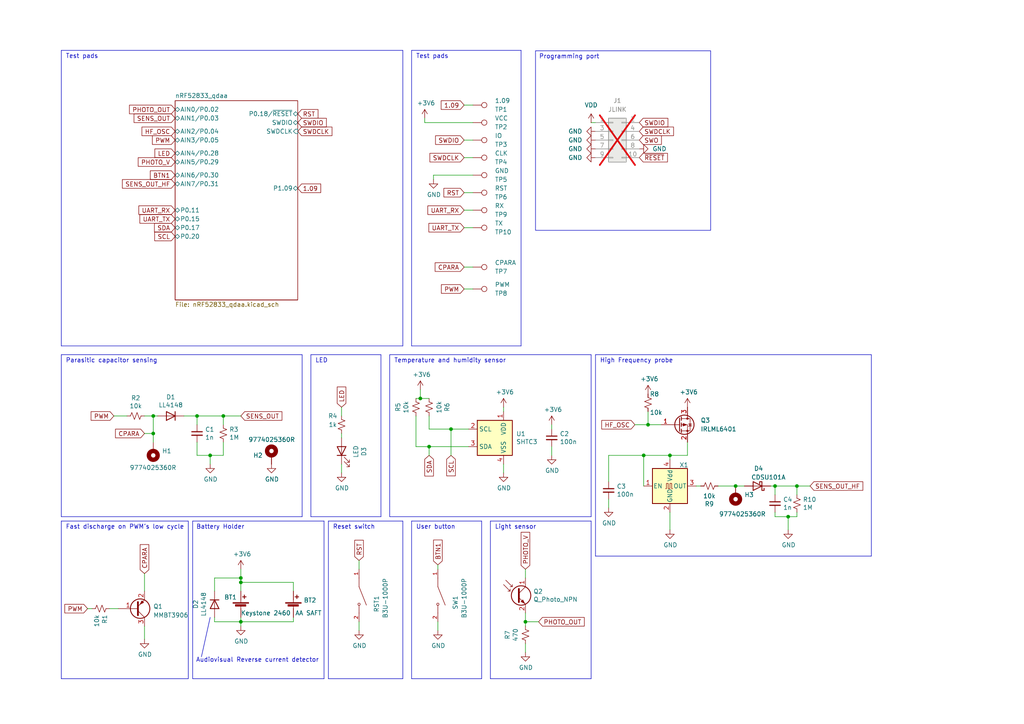
<source format=kicad_sch>
(kicad_sch (version 20231120) (generator "eeschema") (generator_version "8.0")
  (paper "A4")
  (title_block (title "Soilsense") (date "2024-08-08") (rev "2.0.0") (company "Drawn by FNB"))
  (lib_symbols
    (symbol "B3U-1000P:B3U-1000P" (pin_names (offset 1.016) hide)
      (property "Reference" "S" (at -2.54 2.54 0))
      (property "Value" "B3U-1000P" (at -2.54 -2.54 0))
      (symbol "B3U-1000P_0_0"
        (polyline (pts (xy -2.54 0) (xy -5.08 0)) (stroke (width 0.1524)))
        (polyline (pts (xy -2.54 0) (xy 2.794 2.1336)) (stroke (width 0.1524)))
        (polyline (pts (xy 5.08 0) (xy 2.921 0)) (stroke (width 0.1524)))
        (circle (center 2.54 0) (radius 0.3302) (stroke (width 0.1524)))
        (pin passive line (at -7.62 0 0) (length 2.54) (name "~") (number "1"))
        (pin passive line (at 7.62 0 180) (length 2.54) (name "~") (number "2"))
      )
    )
    (symbol "Connector:TestPoint" (pin_numbers hide) (pin_names (offset 0.762) hide)
      (property "Reference" "TP" (at 0 6.858 0))
      (property "Value" "TestPoint" (at 0 5.08 0))
      (symbol "TestPoint_0_1"
        (circle (center 0 3.302) (radius 0.762))
      )
      (symbol "TestPoint_1_1"
        (pin passive line (at 0 0 90) (length 2.54) (name "1") (number "1"))
      )
    )
    (symbol "Connector_Generic:Conn_02x05_Odd_Even" (pin_names (offset 1.016) hide)
      (property "Reference" "J" (at 1.27 7.62 0))
      (property "Value" "Conn_02x05_Odd_Even" (at 1.27 -7.62 0))
      (symbol "Conn_02x05_Odd_Even_1_1"
        (rectangle (start -1.27 -4.953) (end 0 -5.207) (stroke (width 0.1524)))
        (rectangle (start -1.27 -2.413) (end 0 -2.667) (stroke (width 0.1524)))
        (rectangle (start -1.27 0.127) (end 0 -0.127) (stroke (width 0.1524)))
        (rectangle (start -1.27 2.667) (end 0 2.413) (stroke (width 0.1524)))
        (rectangle (start -1.27 5.207) (end 0 4.953) (stroke (width 0.1524)))
        (rectangle (start -1.27 6.35) (end 3.81 -6.35) (stroke (width 0.254)) (fill (type background)))
        (rectangle (start 3.81 -4.953) (end 2.54 -5.207) (stroke (width 0.1524)))
        (rectangle (start 3.81 -2.413) (end 2.54 -2.667) (stroke (width 0.1524)))
        (rectangle (start 3.81 0.127) (end 2.54 -0.127) (stroke (width 0.1524)))
        (rectangle (start 3.81 2.667) (end 2.54 2.413) (stroke (width 0.1524)))
        (rectangle (start 3.81 5.207) (end 2.54 4.953) (stroke (width 0.1524)))
        (pin passive line (at -5.08 5.08 0) (length 3.81) (name "Pin_1") (number "1"))
        (pin passive line (at 7.62 -5.08 180) (length 3.81) (name "Pin_10") (number "10"))
        (pin passive line (at 7.62 5.08 180) (length 3.81) (name "Pin_2") (number "2"))
        (pin passive line (at -5.08 2.54 0) (length 3.81) (name "Pin_3") (number "3"))
        (pin passive line (at 7.62 2.54 180) (length 3.81) (name "Pin_4") (number "4"))
        (pin passive line (at -5.08 0 0) (length 3.81) (name "Pin_5") (number "5"))
        (pin passive line (at 7.62 0 180) (length 3.81) (name "Pin_6") (number "6"))
        (pin passive line (at -5.08 -2.54 0) (length 3.81) (name "Pin_7") (number "7"))
        (pin passive line (at 7.62 -2.54 180) (length 3.81) (name "Pin_8") (number "8"))
        (pin passive line (at -5.08 -5.08 0) (length 3.81) (name "Pin_9") (number "9"))
      )
    )
    (symbol "Device:Battery_Cell" (pin_numbers hide) (pin_names (offset 0) hide)
      (property "Reference" "BT" (at 2.54 2.54 0))
      (property "Value" "Battery_Cell" (at 2.54 0 0))
      (symbol "Battery_Cell_0_1"
        (rectangle (start -2.286 1.778) (end 2.286 1.524) (fill (type outline)))
        (rectangle (start -1.5748 1.1938) (end 1.4732 0.6858) (fill (type outline)))
        (polyline (pts (xy 0 0.762) (xy 0 0)))
        (polyline (pts (xy 0 1.778) (xy 0 2.54)))
        (polyline (pts (xy 0.508 3.429) (xy 1.524 3.429)) (stroke (width 0.254)))
        (polyline (pts (xy 1.016 3.937) (xy 1.016 2.921)) (stroke (width 0.254)))
      )
      (symbol "Battery_Cell_1_1"
        (pin passive line (at 0 5.08 270) (length 2.54) (name "+") (number "1"))
        (pin passive line (at 0 -2.54 90) (length 2.54) (name "-") (number "2"))
      )
    )
    (symbol "Device:C_Small" (pin_numbers hide) (pin_names (offset 0.254) hide)
      (property "Reference" "C" (at 0.254 1.778 0))
      (property "Value" "C_Small" (at 0.254 -2.032 0))
      (symbol "C_Small_0_1"
        (polyline (pts (xy -1.524 -0.508) (xy 1.524 -0.508)) (stroke (width 0.3302)))
        (polyline (pts (xy -1.524 0.508) (xy 1.524 0.508)) (stroke (width 0.3048)))
      )
      (symbol "C_Small_1_1"
        (pin passive line (at 0 2.54 270) (length 2.032) (name "~") (number "1"))
        (pin passive line (at 0 -2.54 90) (length 2.032) (name "~") (number "2"))
      )
    )
    (symbol "Device:D_Schottky" (pin_numbers hide) (pin_names (offset 1.016) hide)
      (property "Reference" "D" (at 0 2.54 0))
      (property "Value" "D_Schottky" (at 0 -2.54 0))
      (symbol "D_Schottky_0_1"
        (polyline (pts (xy 1.27 0) (xy -1.27 0)))
        (polyline (pts (xy 1.27 1.27) (xy 1.27 -1.27) (xy -1.27 0) (xy 1.27 1.27)) (stroke (width 0.254)))
        (polyline (pts (xy -1.905 0.635) (xy -1.905 1.27) (xy -1.27 1.27) (xy -1.27 -1.27) (xy -0.635 -1.27) (xy -0.635 -0.635)) (stroke (width 0.254)))
      )
      (symbol "D_Schottky_1_1"
        (pin passive line (at -3.81 0 0) (length 2.54) (name "K") (number "1"))
        (pin passive line (at 3.81 0 180) (length 2.54) (name "A") (number "2"))
      )
    )
    (symbol "Device:LED" (pin_numbers hide) (pin_names (offset 1.016) hide)
      (property "Reference" "D" (at 0 2.54 0))
      (property "Value" "LED" (at 0 -2.54 0))
      (symbol "LED_0_1"
        (polyline (pts (xy -1.27 -1.27) (xy -1.27 1.27)) (stroke (width 0.254)))
        (polyline (pts (xy -1.27 0) (xy 1.27 0)))
        (polyline (pts (xy 1.27 -1.27) (xy 1.27 1.27) (xy -1.27 0) (xy 1.27 -1.27)) (stroke (width 0.254)))
        (polyline (pts (xy -3.048 -0.762) (xy -4.572 -2.286) (xy -3.81 -2.286) (xy -4.572 -2.286) (xy -4.572 -1.524)))
        (polyline (pts (xy -1.778 -0.762) (xy -3.302 -2.286) (xy -2.54 -2.286) (xy -3.302 -2.286) (xy -3.302 -1.524)))
      )
      (symbol "LED_1_1"
        (pin passive line (at -3.81 0 0) (length 2.54) (name "K") (number "1"))
        (pin passive line (at 3.81 0 180) (length 2.54) (name "A") (number "2"))
      )
    )
    (symbol "Device:Q_Photo_NPN" (pin_names (offset 0) hide)
      (property "Reference" "Q" (at 5.08 1.27 0))
      (property "Value" "Q_Photo_NPN" (at 5.08 -1.27 0))
      (symbol "Q_Photo_NPN_0_1"
        (polyline (pts (xy -1.905 1.27) (xy -2.54 1.27)))
        (polyline (pts (xy -1.27 2.54) (xy -1.905 2.54)))
        (polyline (pts (xy 0.635 0.635) (xy 2.54 2.54)))
        (polyline (pts (xy -3.81 3.175) (xy -1.905 1.27) (xy -1.905 1.905)))
        (polyline (pts (xy -3.175 4.445) (xy -1.27 2.54) (xy -1.27 3.175)))
        (polyline (pts (xy 0.635 -0.635) (xy 2.54 -2.54) (xy 2.54 -2.54)))
        (polyline (pts (xy 0.635 1.905) (xy 0.635 -1.905) (xy 0.635 -1.905)) (stroke (width 0.508)))
        (polyline (pts (xy 1.27 -1.778) (xy 1.778 -1.27) (xy 2.286 -2.286) (xy 1.27 -1.778) (xy 1.27 -1.778)) (fill (type outline)))
        (circle (center 1.27 0) (radius 2.8194) (stroke (width 0.254)))
      )
      (symbol "Q_Photo_NPN_1_1"
        (pin passive line (at 2.54 5.08 270) (length 2.54) (name "C") (number "1"))
        (pin passive line (at 2.54 -5.08 90) (length 2.54) (name "E") (number "2"))
      )
    )
    (symbol "Device:R_Small_US" (pin_numbers hide) (pin_names (offset 0.254) hide)
      (property "Reference" "R" (at 0.762 0.508 0))
      (property "Value" "R_Small_US" (at 0.762 -1.016 0))
      (symbol "R_Small_US_1_1"
        (polyline (pts (xy 0 0) (xy 1.016 -0.381) (xy 0 -0.762) (xy -1.016 -1.143) (xy 0 -1.524)))
        (polyline (pts (xy 0 1.524) (xy 1.016 1.143) (xy 0 0.762) (xy -1.016 0.381) (xy 0 0)))
        (pin passive line (at 0 2.54 270) (length 1.016) (name "~") (number "1"))
        (pin passive line (at 0 -2.54 90) (length 1.016) (name "~") (number "2"))
      )
    )
    (symbol "Diode:LL4148" (pin_numbers hide) (pin_names (offset 1.016) hide)
      (property "Reference" "D" (at 0 2.54 0))
      (property "Value" "LL4148" (at 0 -2.54 0))
      (symbol "LL4148_0_1"
        (polyline (pts (xy -1.27 1.27) (xy -1.27 -1.27)) (stroke (width 0.254)))
        (polyline (pts (xy 1.27 0) (xy -1.27 0)))
        (polyline (pts (xy 1.27 1.27) (xy 1.27 -1.27) (xy -1.27 0) (xy 1.27 1.27)) (stroke (width 0.254)))
      )
      (symbol "LL4148_1_1"
        (pin passive line (at -3.81 0 0) (length 2.54) (name "K") (number "1"))
        (pin passive line (at 3.81 0 180) (length 2.54) (name "A") (number "2"))
      )
    )
    (symbol "Mechanical:MountingHole_Pad" (pin_numbers hide) (pin_names (offset 1.016) hide)
      (property "Reference" "H" (at 0 6.35 0))
      (property "Value" "MountingHole_Pad" (at 0 4.445 0))
      (symbol "MountingHole_Pad_0_1"
        (circle (center 0 1.27) (radius 1.27) (stroke (width 1.27)))
      )
      (symbol "MountingHole_Pad_1_1"
        (pin input line (at 0 -2.54 90) (length 2.54) (name "1") (number "1"))
      )
    )
    (symbol "Sensor_Humidity:SHTC3"
      (property "Reference" "U" (at -3.81 6.35 0))
      (property "Value" "SHTC3" (at -2.54 -6.35 0))
      (symbol "SHTC3_1_1"
        (rectangle (start -5.08 5.08) (end 5.08 -5.08) (stroke (width 0.254)) (fill (type background)))
        (pin power_in line (at 2.54 7.62 270) (length 2.54) (name "VDD") (number "1"))
        (pin input line (at -7.62 2.54 0) (length 2.54) (name "SCL") (number "2"))
        (pin bidirectional line (at -7.62 -2.54 0) (length 2.54) (name "SDA") (number "3"))
        (pin power_in line (at 2.54 -7.62 90) (length 2.54) (name "VSS") (number "4"))
        (pin no_connect line (at 5.08 0 180) (length 2.54) hide (name "NC") (number "5"))
      )
    )
    (symbol "Transistor_BJT:MMBT3906" (pin_names (offset 0) hide)
      (property "Reference" "Q" (at 5.08 1.905 0))
      (property "Value" "MMBT3906" (at 5.08 0 0))
      (symbol "MMBT3906_0_1"
        (polyline (pts (xy 0.635 0.635) (xy 2.54 2.54)))
        (polyline (pts (xy 0.635 -0.635) (xy 2.54 -2.54) (xy 2.54 -2.54)))
        (polyline (pts (xy 0.635 1.905) (xy 0.635 -1.905) (xy 0.635 -1.905)) (stroke (width 0.508)))
        (polyline (pts (xy 2.286 -1.778) (xy 1.778 -2.286) (xy 1.27 -1.27) (xy 2.286 -1.778) (xy 2.286 -1.778)) (fill (type outline)))
        (circle (center 1.27 0) (radius 2.8194) (stroke (width 0.254)))
      )
      (symbol "MMBT3906_1_1"
        (pin input line (at -5.08 0 0) (length 5.715) (name "B") (number "1"))
        (pin passive line (at 2.54 -5.08 90) (length 2.54) (name "E") (number "2"))
        (pin passive line (at 2.54 5.08 270) (length 2.54) (name "C") (number "3"))
      )
    )
    (symbol "Transistor_FET:IRLML6401" (pin_names hide)
      (property "Reference" "Q" (at 5.08 1.905 0))
      (property "Value" "IRLML6401" (at 5.08 0 0))
      (symbol "IRLML6401_0_1"
        (polyline (pts (xy 0.254 0) (xy -2.54 0)))
        (polyline (pts (xy 0.254 1.905) (xy 0.254 -1.905)) (stroke (width 0.254)))
        (polyline (pts (xy 0.762 -1.27) (xy 0.762 -2.286)) (stroke (width 0.254)))
        (polyline (pts (xy 0.762 0.508) (xy 0.762 -0.508)) (stroke (width 0.254)))
        (polyline (pts (xy 0.762 2.286) (xy 0.762 1.27)) (stroke (width 0.254)))
        (polyline (pts (xy 2.54 2.54) (xy 2.54 1.778)))
        (polyline (pts (xy 2.54 -2.54) (xy 2.54 0) (xy 0.762 0)))
        (polyline (pts (xy 0.762 1.778) (xy 3.302 1.778) (xy 3.302 -1.778) (xy 0.762 -1.778)))
        (polyline (pts (xy 2.286 0) (xy 1.27 0.381) (xy 1.27 -0.381) (xy 2.286 0)) (fill (type outline)))
        (polyline (pts (xy 2.794 -0.508) (xy 2.921 -0.381) (xy 3.683 -0.381) (xy 3.81 -0.254)))
        (polyline (pts (xy 3.302 -0.381) (xy 2.921 0.254) (xy 3.683 0.254) (xy 3.302 -0.381)))
        (circle (center 1.651 0) (radius 2.794) (stroke (width 0.254)))
        (circle (center 2.54 -1.778) (radius 0.254) (fill (type outline)))
        (circle (center 2.54 1.778) (radius 0.254) (fill (type outline)))
      )
      (symbol "IRLML6401_1_1"
        (pin input line (at -5.08 0 0) (length 2.54) (name "G") (number "1"))
        (pin passive line (at 2.54 -5.08 90) (length 2.54) (name "S") (number "2"))
        (pin passive line (at 2.54 5.08 270) (length 2.54) (name "D") (number "3"))
      )
    )
    (symbol "power:+3V0" (power) (pin_names (offset 0))
      (property "Value" "+3V0" (at 0 3.556 0))
      (symbol "+3V0_0_1"
        (polyline (pts (xy -0.762 1.27) (xy 0 2.54)))
        (polyline (pts (xy 0 0) (xy 0 2.54)))
        (polyline (pts (xy 0 2.54) (xy 0.762 1.27)))
      )
      (symbol "+3V0_1_1"
        (pin power_in line (at 0 0 90) (length 0) hide (name "+3V0") (number "1"))
      )
    )
    (symbol "power:GND" (power) (pin_names (offset 0))
      (property "Value" "GND" (at 0 -3.81 0))
      (symbol "GND_0_1"
        (polyline (pts (xy 0 0) (xy 0 -1.27) (xy 1.27 -1.27) (xy 0 -2.54) (xy -1.27 -1.27) (xy 0 -1.27)))
      )
      (symbol "GND_1_1"
        (pin power_in line (at 0 0 270) (length 0) hide (name "GND") (number "1"))
      )
    )
    (symbol "power:VDD" (power) (pin_numbers hide) (pin_names (offset 0) hide)
      (property "Value" "VDD" (at 0 3.556 0))
      (symbol "VDD_0_1"
        (polyline (pts (xy -0.762 1.27) (xy 0 2.54)))
        (polyline (pts (xy 0 0) (xy 0 2.54)))
        (polyline (pts (xy 0 2.54) (xy 0.762 1.27)))
      )
      (symbol "VDD_1_1"
        (pin power_in line (at 0 0 90) (length 0) (name "~") (number "1"))
      )
    )
    (symbol "soillib:KC3225" (pin_names (offset 0.254))
      (property "Reference" "X" (at -5.08 6.35 0))
      (symbol "KC3225_0_1"
        (rectangle (start -5.08 5.08) (end 5.08 -5.08) (stroke (width 0.254)) (fill (type background)))
        (polyline (pts (xy -1.27 -0.762) (xy -1.016 -0.762) (xy -1.016 0.762) (xy -0.508 0.762) (xy -0.508 -0.762) (xy 0 -0.762) (xy 0 0.762) (xy 0.508 0.762) (xy 0.508 -0.762) (xy 0.762 -0.762)))
      )
      (symbol "KC3225_1_1"
        (pin input line (at -7.62 0 0) (length 2.54) (name "EN") (number "1"))
        (pin power_in line (at 0 -7.62 90) (length 2.54) (name "GND") (number "2"))
        (pin output line (at 7.62 0 180) (length 2.54) (name "OUT") (number "3"))
        (pin power_in line (at 0 7.62 270) (length 2.54) (name "Vdd") (number "4"))
      )
    )
  )
  (junction (at 186.69 132.08))
  (junction (at 124.46 129.54))
  (junction (at 69.85 168.91))
  (junction (at 213.36 140.97))
  (junction (at 152.4 180.34))
  (junction (at 57.15 120.65))
  (junction (at 44.45 125.73))
  (junction (at 130.81 124.46))
  (junction (at 69.85 180.34))
  (junction (at 224.79 140.97))
  (junction (at 228.6 149.86))
  (junction (at 44.45 120.65))
  (junction (at 64.77 120.65))
  (junction (at 60.96 132.08))
  (junction (at 187.96 123.19))
  (junction (at 194.31 132.08))
  (junction (at 121.92 115.57))
  (junction (at 231.14 140.97))
  (junction (at 69.85 167.64))
  (wire (pts (xy 187.96 123.19) (xy 191.77 123.19)))
  (wire (pts (xy 228.6 149.86) (xy 231.14 149.86)))
  (wire (pts (xy 69.85 167.64) (xy 69.85 168.91)))
  (wire (pts (xy 104.14 180.34) (xy 104.14 182.88)))
  (wire (pts (xy 123.19 35.56) (xy 123.19 34.29)))
  (wire (pts (xy 228.6 149.86) (xy 228.6 153.67)))
  (polyline (pts (xy 119.38 14.605) (xy 151.13 14.605)))
  (wire (pts (xy 160.02 124.46) (xy 160.02 123.19)))
  (wire (pts (xy 224.79 143.51) (xy 224.79 140.97)))
  (wire (pts (xy 120.65 120.65) (xy 120.65 129.54)))
  (wire (pts (xy 199.39 128.27) (xy 199.39 132.08)))
  (wire (pts (xy 99.06 125.73) (xy 99.06 127)))
  (wire (pts (xy 134.62 30.48) (xy 137.16 30.48)))
  (wire (pts (xy 187.96 119.38) (xy 187.96 123.19)))
  (wire (pts (xy 135.89 129.54) (xy 124.46 129.54)))
  (wire (pts (xy 125.73 50.8) (xy 137.16 50.8)))
  (wire (pts (xy 120.65 115.57) (xy 121.92 115.57)))
  (polyline (pts (xy 90.17 102.87) (xy 90.17 149.86)))
  (wire (pts (xy 231.14 140.97) (xy 234.95 140.97)))
  (wire (pts (xy 69.85 168.91) (xy 69.85 171.45)))
  (polyline (pts (xy 17.78 151.13) (xy 54.61 151.13)))
  (wire (pts (xy 124.46 129.54) (xy 124.46 132.08)))
  (wire (pts (xy 69.85 179.07) (xy 69.85 180.34)))
  (polyline (pts (xy 116.84 100.33) (xy 116.84 14.605)))
  (polyline (pts (xy 95.25 151.13) (xy 116.84 151.13)))
  (wire (pts (xy 134.62 66.04) (xy 137.16 66.04)))
  (polyline (pts (xy 252.73 102.87) (xy 172.72 102.87)))
  (wire (pts (xy 69.85 180.34) (xy 62.23 180.34)))
  (wire (pts (xy 176.53 144.78) (xy 176.53 147.32)))
  (polyline (pts (xy 58.42 190.5) (xy 60.96 179.07)))
  (polyline (pts (xy 139.7 196.85) (xy 139.7 151.13)))
  (wire (pts (xy 44.45 120.65) (xy 44.45 125.73)))
  (polyline (pts (xy 252.73 102.87) (xy 252.73 161.29)))
  (polyline (pts (xy 151.13 100.33) (xy 151.13 14.605)))
  (wire (pts (xy 124.46 120.65) (xy 124.46 124.46)))
  (polyline (pts (xy 110.49 102.87) (xy 110.49 149.86)))
  (polyline (pts (xy 119.38 14.605) (xy 119.38 100.33)))
  (wire (pts (xy 186.69 140.97) (xy 186.69 132.08)))
  (polyline (pts (xy 17.78 196.85) (xy 17.78 151.13)))
  (wire (pts (xy 41.91 181.61) (xy 41.91 185.42)))
  (polyline (pts (xy 55.88 196.85) (xy 93.98 196.85)))
  (wire (pts (xy 224.79 148.59) (xy 224.79 149.86)))
  (wire (pts (xy 44.45 120.65) (xy 45.72 120.65)))
  (wire (pts (xy 69.85 165.1) (xy 69.85 167.64)))
  (polyline (pts (xy 17.78 102.87) (xy 87.63 102.87)))
  (wire (pts (xy 69.85 180.34) (xy 85.09 180.34)))
  (wire (pts (xy 64.77 120.65) (xy 69.85 120.65)))
  (wire (pts (xy 41.91 166.37) (xy 41.91 171.45)))
  (wire (pts (xy 223.52 140.97) (xy 224.79 140.97)))
  (wire (pts (xy 33.02 120.65) (xy 36.83 120.65)))
  (polyline (pts (xy 172.72 161.29) (xy 252.73 161.29)))
  (wire (pts (xy 176.53 132.08) (xy 186.69 132.08)))
  (wire (pts (xy 69.85 180.34) (xy 69.85 181.61)))
  (wire (pts (xy 104.14 162.56) (xy 104.14 165.1)))
  (polyline (pts (xy 17.78 14.605) (xy 17.78 100.33)))
  (wire (pts (xy 152.4 180.34) (xy 156.21 180.34)))
  (polyline (pts (xy 55.88 151.13) (xy 55.88 196.85)))
  (wire (pts (xy 134.62 45.72) (xy 137.16 45.72)))
  (wire (pts (xy 134.62 83.82) (xy 137.16 83.82)))
  (wire (pts (xy 31.75 176.53) (xy 34.29 176.53)))
  (wire (pts (xy 53.34 120.65) (xy 57.15 120.65)))
  (wire (pts (xy 127 163.83) (xy 127 165.1)))
  (polyline (pts (xy 93.98 196.85) (xy 93.98 151.13)))
  (wire (pts (xy 186.69 132.08) (xy 194.31 132.08)))
  (wire (pts (xy 57.15 120.65) (xy 64.77 120.65)))
  (wire (pts (xy 231.14 149.86) (xy 231.14 148.59)))
  (polyline (pts (xy 171.45 102.87) (xy 171.45 149.86)))
  (polyline (pts (xy 116.84 151.13) (xy 116.84 196.85)))
  (wire (pts (xy 62.23 180.34) (xy 62.23 179.07)))
  (polyline (pts (xy 119.38 100.33) (xy 151.13 100.33)))
  (wire (pts (xy 121.92 115.57) (xy 124.46 115.57)))
  (wire (pts (xy 146.05 118.11) (xy 146.05 119.38)))
  (polyline (pts (xy 171.45 151.13) (xy 171.45 196.85)))
  (wire (pts (xy 123.19 35.56) (xy 137.16 35.56)))
  (wire (pts (xy 60.96 132.08) (xy 60.96 134.62)))
  (wire (pts (xy 62.23 171.45) (xy 62.23 167.64)))
  (wire (pts (xy 64.77 132.08) (xy 64.77 128.27)))
  (wire (pts (xy 44.45 125.73) (xy 44.45 128.27)))
  (polyline (pts (xy 87.63 102.87) (xy 87.63 149.86)))
  (polyline (pts (xy 17.78 149.86) (xy 87.63 149.86)))
  (polyline (pts (xy 110.49 102.87) (xy 90.17 102.87)))
  (wire (pts (xy 203.2 140.97) (xy 201.93 140.97)))
  (wire (pts (xy 194.31 132.08) (xy 194.31 133.35)))
  (wire (pts (xy 199.39 132.08) (xy 194.31 132.08)))
  (wire (pts (xy 85.09 168.91) (xy 69.85 168.91)))
  (polyline (pts (xy 113.03 102.87) (xy 113.03 149.86)))
  (wire (pts (xy 171.45 35.56) (xy 172.72 35.56)))
  (polyline (pts (xy 119.38 151.13) (xy 139.7 151.13)))
  (wire (pts (xy 152.4 186.69) (xy 152.4 189.23)))
  (polyline (pts (xy 142.24 151.13) (xy 142.24 196.85)))
  (wire (pts (xy 152.4 177.8) (xy 152.4 180.34)))
  (polyline (pts (xy 171.45 151.13) (xy 142.24 151.13)))
  (wire (pts (xy 124.46 129.54) (xy 120.65 129.54)))
  (polyline (pts (xy 17.78 14.605) (xy 116.84 14.605)))
  (wire (pts (xy 60.96 132.08) (xy 57.15 132.08)))
  (wire (pts (xy 62.23 167.64) (xy 69.85 167.64)))
  (wire (pts (xy 228.6 149.86) (xy 224.79 149.86)))
  (wire (pts (xy 134.62 55.88) (xy 137.16 55.88)))
  (wire (pts (xy 57.15 128.27) (xy 57.15 132.08)))
  (wire (pts (xy 60.96 132.08) (xy 64.77 132.08)))
  (wire (pts (xy 99.06 118.11) (xy 99.06 120.65)))
  (wire (pts (xy 57.15 123.19) (xy 57.15 120.65)))
  (polyline (pts (xy 90.17 149.86) (xy 110.49 149.86)))
  (wire (pts (xy 127 180.34) (xy 127 182.88)))
  (wire (pts (xy 25.4 176.53) (xy 26.67 176.53)))
  (wire (pts (xy 152.4 165.1) (xy 152.4 167.64)))
  (wire (pts (xy 184.15 123.19) (xy 187.96 123.19)))
  (wire (pts (xy 130.81 124.46) (xy 124.46 124.46)))
  (polyline (pts (xy 119.38 196.85) (xy 139.7 196.85)))
  (wire (pts (xy 135.89 124.46) (xy 130.81 124.46)))
  (wire (pts (xy 134.62 60.96) (xy 137.16 60.96)))
  (wire (pts (xy 64.77 120.65) (xy 64.77 123.19)))
  (wire (pts (xy 224.79 140.97) (xy 231.14 140.97)))
  (wire (pts (xy 213.36 140.97) (xy 215.9 140.97)))
  (polyline (pts (xy 172.72 102.87) (xy 172.72 161.29)))
  (wire (pts (xy 130.81 124.46) (xy 130.81 132.08)))
  (wire (pts (xy 85.09 171.45) (xy 85.09 168.91)))
  (polyline (pts (xy 119.38 151.13) (xy 119.38 196.85)))
  (polyline (pts (xy 17.78 100.33) (xy 116.84 100.33)))
  (polyline (pts (xy 171.45 149.86) (xy 113.03 149.86)))
  (polyline (pts (xy 17.78 102.87) (xy 17.78 149.86)))
  (polyline (pts (xy 95.25 151.13) (xy 95.25 196.85)))
  (wire (pts (xy 208.28 140.97) (xy 213.36 140.97)))
  (wire (pts (xy 176.53 132.08) (xy 176.53 139.7)))
  (wire (pts (xy 152.4 180.34) (xy 152.4 181.61)))
  (wire (pts (xy 146.05 134.62) (xy 146.05 137.16)))
  (polyline (pts (xy 93.98 151.13) (xy 55.88 151.13)))
  (wire (pts (xy 121.92 115.57) (xy 121.92 113.03)))
  (wire (pts (xy 41.91 125.73) (xy 44.45 125.73)))
  (polyline (pts (xy 54.61 151.13) (xy 54.61 196.85)))
  (wire (pts (xy 85.09 179.07) (xy 85.09 180.34)))
  (wire (pts (xy 231.14 140.97) (xy 231.14 143.51)))
  (polyline (pts (xy 171.45 102.87) (xy 113.03 102.87)))
  (wire (pts (xy 134.62 77.47) (xy 137.16 77.47)))
  (wire (pts (xy 194.31 153.67) (xy 194.31 148.59)))
  (wire (pts (xy 99.06 134.62) (xy 99.06 137.16)))
  (polyline (pts (xy 116.84 196.85) (xy 95.25 196.85)))
  (polyline (pts (xy 142.24 196.85) (xy 171.45 196.85)))
  (wire (pts (xy 160.02 129.54) (xy 160.02 132.08)))
  (wire (pts (xy 125.73 52.07) (xy 125.73 50.8)))
  (polyline (pts (xy 54.61 196.85) (xy 17.78 196.85)))
  (wire (pts (xy 134.62 40.64) (xy 137.16 40.64)))
  (wire (pts (xy 41.91 120.65) (xy 44.45 120.65)))
  (rectangle (start 155.321 14.732) (end 206.121 66.802))
  (text "Reset switch" (at 96.52 153.67 0) (effects (font (size 1.27 1.27)) (justify left bottom)))
  (text "Fast discharge on PWM’s low cycle" (at 19.05 153.67 0) (effects (font (size 1.27 1.27)) (justify left bottom)))
  (text "Temperature and humidity sensor" (at 114.3 105.41 0) (effects (font (size 1.27 1.27)) (justify left bottom)))
  (text "Test pads" (at 120.65 17.145 0) (effects (font (size 1.27 1.27)) (justify left bottom)))
  (text "Audiovisual Reverse current detector" (at 74.676 191.516 0) (effects (font (size 1.27 1.27))))
  (text "Programming port\n" (at 165.1 16.51 0) (effects (font (size 1.27 1.27))))
  (text "Light sensor" (at 143.51 153.67 0) (effects (font (size 1.27 1.27)) (justify left bottom)))
  (text "Test pads" (at 19.05 17.145 0) (effects (font (size 1.27 1.27)) (justify left bottom)))
  (text "Battery Holder" (at 56.896 153.67 0) (effects (font (size 1.27 1.27)) (justify left bottom)))
  (text "High Frequency probe\n" (at 173.99 105.41 0) (effects (font (size 1.27 1.27)) (justify left bottom)))
  (text "User button" (at 120.65 153.67 0) (effects (font (size 1.27 1.27)) (justify left bottom)))
  (text "LED" (at 91.44 105.41 0) (effects (font (size 1.27 1.27)) (justify left bottom)))
  (text "Parasitic capacitor sensing" (at 19.05 105.41 0) (effects (font (size 1.27 1.27)) (justify left bottom)))
  (global_label "PWM" (shape input) (at 134.62 83.82 180) (property "Intersheetrefs" "${INTERSHEET_REFS}" (effects (hide yes))))
  (global_label "SWO" (shape input) (at 185.42 40.64 0) (property "Intersheetrefs" "${INTERSHEET_REFS}" (effects (hide yes))))
  (global_label "SENS_OUT_HF" (shape input) (at 234.95 140.97 0) (property "Intersheetrefs" "${INTERSHEET_REFS}" (effects (hide yes))))
  (global_label "PWM" (shape input) (at 25.4 176.53 180) (property "Intersheetrefs" "${INTERSHEET_REFS}" (effects (hide yes))))
  (global_label "RST" (shape input) (at 134.62 55.88 180) (property "Intersheetrefs" "${INTERSHEET_REFS}" (effects (hide yes))))
  (global_label "SWDIO" (shape input) (at 86.36 35.56 0) (property "Intersheetrefs" "${INTERSHEET_REFS}" (effects (hide yes))))
  (global_label "BTN1" (shape input) (at 127 163.83 90) (property "Intersheetrefs" "${INTERSHEET_REFS}" (effects (hide yes))))
  (global_label "CPARA" (shape input) (at 41.91 125.73 180) (property "Intersheetrefs" "${INTERSHEET_REFS}" (effects (hide yes))))
  (global_label "SENS_OUT" (shape input) (at 50.8 34.29 180) (property "Intersheetrefs" "${INTERSHEET_REFS}" (effects (hide yes))))
  (global_label "PWM" (shape input) (at 50.8 40.64 180) (property "Intersheetrefs" "${INTERSHEET_REFS}" (effects (hide yes))))
  (global_label "PHOTO_V" (shape input) (at 152.4 165.1 90) (property "Intersheetrefs" "${INTERSHEET_REFS}" (effects (hide yes))))
  (global_label "HF_OSC" (shape input) (at 184.15 123.19 180) (property "Intersheetrefs" "${INTERSHEET_REFS}" (effects (hide yes))))
  (global_label "LED" (shape input) (at 99.06 118.11 90) (property "Intersheetrefs" "${INTERSHEET_REFS}" (effects (hide yes))))
  (global_label "RST" (shape input) (at 104.14 162.56 90) (property "Intersheetrefs" "${INTERSHEET_REFS}" (effects (hide yes))))
  (global_label "SWDCLK" (shape input) (at 134.62 45.72 180) (property "Intersheetrefs" "${INTERSHEET_REFS}" (effects (hide yes))))
  (global_label "SDA" (shape input) (at 50.8 66.04 180) (property "Intersheetrefs" "${INTERSHEET_REFS}" (effects (hide yes))))
  (global_label "1.09" (shape input) (at 134.62 30.48 180) (property "Intersheetrefs" "${INTERSHEET_REFS}" (effects (hide yes))))
  (global_label "RST" (shape input) (at 86.36 33.02 0) (property "Intersheetrefs" "${INTERSHEET_REFS}" (effects (hide yes))))
  (global_label "SENS_OUT_HF" (shape input) (at 50.8 53.34 180) (property "Intersheetrefs" "${INTERSHEET_REFS}" (effects (hide yes))))
  (global_label "PWM" (shape input) (at 33.02 120.65 180) (property "Intersheetrefs" "${INTERSHEET_REFS}" (effects (hide yes))))
  (global_label "UART_RX" (shape input) (at 50.8 60.96 180) (property "Intersheetrefs" "${INTERSHEET_REFS}" (effects (hide yes))))
  (global_label "UART_TX" (shape input) (at 50.8 63.5 180) (property "Intersheetrefs" "${INTERSHEET_REFS}" (effects (hide yes))))
  (global_label "HF_OSC" (shape input) (at 50.8 38.1 180) (property "Intersheetrefs" "${INTERSHEET_REFS}" (effects (hide yes))))
  (global_label "SWDIO" (shape input) (at 134.62 40.64 180) (property "Intersheetrefs" "${INTERSHEET_REFS}" (effects (hide yes))))
  (global_label "PHOTO_OUT" (shape input) (at 50.8 31.75 180) (property "Intersheetrefs" "${INTERSHEET_REFS}" (effects (hide yes))))
  (global_label "UART_TX" (shape input) (at 134.62 66.04 180) (property "Intersheetrefs" "${INTERSHEET_REFS}" (effects (hide yes))))
  (global_label "SENS_OUT" (shape input) (at 69.85 120.65 0) (property "Intersheetrefs" "${INTERSHEET_REFS}" (effects (hide yes))))
  (global_label "~{RESET}" (shape input) (at 185.42 45.72 0) (property "Intersheetrefs" "${INTERSHEET_REFS}" (effects (hide yes))))
  (global_label "SWDCLK" (shape input) (at 86.36 38.1 0) (property "Intersheetrefs" "${INTERSHEET_REFS}" (effects (hide yes))))
  (global_label "SWDIO" (shape input) (at 185.42 35.56 0) (property "Intersheetrefs" "${INTERSHEET_REFS}" (effects (hide yes))))
  (global_label "UART_RX" (shape input) (at 134.62 60.96 180) (property "Intersheetrefs" "${INTERSHEET_REFS}" (effects (hide yes))))
  (global_label "SWDCLK" (shape input) (at 185.42 38.1 0) (property "Intersheetrefs" "${INTERSHEET_REFS}" (effects (hide yes))))
  (global_label "CPARA" (shape input) (at 41.91 166.37 90) (property "Intersheetrefs" "${INTERSHEET_REFS}" (effects (hide yes))))
  (global_label "SCL" (shape input) (at 130.81 132.08 270) (property "Intersheetrefs" "${INTERSHEET_REFS}" (effects (hide yes))))
  (global_label "LED" (shape input) (at 50.8 44.45 180) (property "Intersheetrefs" "${INTERSHEET_REFS}" (effects (hide yes))))
  (global_label "1.09" (shape input) (at 86.36 54.61 0) (property "Intersheetrefs" "${INTERSHEET_REFS}" (effects (hide yes))))
  (global_label "SDA" (shape input) (at 124.46 132.08 270) (property "Intersheetrefs" "${INTERSHEET_REFS}" (effects (hide yes))))
  (global_label "SCL" (shape input) (at 50.8 68.58 180) (property "Intersheetrefs" "${INTERSHEET_REFS}" (effects (hide yes))))
  (global_label "BTN1" (shape input) (at 50.8 50.8 180) (property "Intersheetrefs" "${INTERSHEET_REFS}" (effects (hide yes))))
  (global_label "CPARA" (shape input) (at 134.62 77.47 180) (property "Intersheetrefs" "${INTERSHEET_REFS}" (effects (hide yes))))
  (global_label "PHOTO_V" (shape input) (at 50.8 46.99 180) (property "Intersheetrefs" "${INTERSHEET_REFS}" (effects (hide yes))))
  (global_label "PHOTO_OUT" (shape input) (at 156.21 180.34 0) (property "Intersheetrefs" "${INTERSHEET_REFS}" (effects (hide yes))))
  (symbol (lib_id "Transistor_FET:IRLML6401") (at 196.85 123.19 0) (unit 1)
    (property "Reference" "Q3" (at 203.2 121.9199 0) (effects (justify left)))
    (property "Value" "IRLML6401" (at 203.2 124.4599 0) (effects (justify left)))
    (property "Footprint" "Package_TO_SOT_SMD:SOT-23" (effects (hide yes)))
    (property "Datasheet" "https://www.infineon.com/dgdl/irlml6401pbf.pdf?fileId=5546d462533600a401535668b96d2634" (effects (hide yes)))
    (property "Description" "-4.3A Id, -12V Vds, 50mOhm Rds, P-Channel HEXFET Power MOSFET, SOT-23" (effects (hide yes)))
  )
  (symbol (lib_id "power:+3V0") (at 146.05 118.11 0) (unit 1)
    (property "Reference" "#PWR010" (effects (hide yes)))
    (property "Value" "+3V6" (at 146.431 113.7158 0))
  )
  (symbol (lib_id "power:GND") (at 152.4 189.23 0) (unit 1)
    (property "Reference" "#PWR012" (effects (hide yes)))
    (property "Value" "GND" (at 152.527 193.6242 0))
  )
  (symbol (lib_id "power:GND") (at 160.02 132.08 0) (unit 1)
    (property "Reference" "#PWR014" (effects (hide yes)))
    (property "Value" "GND" (at 160.147 136.4742 0))
  )
  (symbol (lib_id "power:+3V0") (at 160.02 123.19 0) (unit 1)
    (property "Reference" "#PWR013" (effects (hide yes)))
    (property "Value" "+3V6" (at 160.401 118.7958 0))
  )
  (symbol (lib_id "B3U-1000P:B3U-1000P") (at 104.14 172.72 270) (unit 1)
    (property "Reference" "RST1" (at 109.22 172.72 0) (effects (justify left)))
    (property "Value" "B3U-1000P" (at 111.76 167.64 0) (effects (justify left)))
    (property "Footprint" "Button_Switch_SMD:SW_SPST_B3U-1000P-B" (effects (hide yes)))
    (property "PACKAGE" "None" (effects (hide yes)))
    (property "MP" "B3U-1000P" (effects (hide yes)))
    (property "MF" "Omron" (effects (hide yes)))
    (property "AVAILABILITY" "Unavailable" (effects (hide yes)))
    (property "DESCRIPTION" "Tactile Switch SPST-NO Top Actuated Surface Mount" (effects (hide yes)))
    (property "PRICE" "None" (effects (hide yes)))
    (property "LCSC" "C231329" (effects (hide yes)))
  )
  (symbol (lib_id "power:GND") (at 99.06 137.16 0) (unit 1)
    (property "Reference" "#PWR06" (effects (hide yes)))
    (property "Value" "GND" (at 99.187 141.5542 0))
  )
  (symbol (lib_id "Connector:TestPoint") (at 137.16 66.04 270) (unit 1) (in_bom no)
    (property "Reference" "TP10" (at 143.51 67.31 90) (effects (justify left)))
    (property "Value" "TX" (at 143.51 64.77 90) (effects (justify left)))
    (property "Footprint" "TestPoint:TestPoint_Pad_D1.0mm" (effects (hide yes)))
  )
  (symbol (lib_id "Connector:TestPoint") (at 137.16 55.88 270) (unit 1) (in_bom no)
    (property "Reference" "TP6" (at 143.51 57.15 90) (effects (justify left)))
    (property "Value" "RST" (at 143.51 54.61 90) (effects (justify left)))
    (property "Footprint" "TestPoint:TestPoint_Pad_D1.0mm" (effects (hide yes)))
  )
  (symbol (lib_id "power:GND") (at 185.42 43.18 90) (unit 1)
    (property "Reference" "#PWR057" (effects (hide yes)))
    (property "Value" "GND" (at 189.23 43.1799 90) (effects (justify right)))
    (property "Description" "Power symbol creates a global label with name \"GND\" , ground" (effects (hide yes)))
  )
  (symbol (lib_id "Transistor_BJT:MMBT3906") (at 39.37 176.53 0) (mirror x) (unit 1)
    (property "Reference" "Q1" (at 44.45 175.895 0) (effects (justify left)))
    (property "Value" "MMBT3906" (at 44.45 178.435 0) (effects (justify left)))
    (property "Footprint" "Package_TO_SOT_SMD:SOT-23" (effects (hide yes)))
    (property "Datasheet" "https://www.onsemi.com/pub/Collateral/2N3906-D.PDF" (effects (hide yes)))
    (property "LCSC" "C2910191" (effects (hide yes)))
  )
  (symbol (lib_id "power:GND") (at 194.31 153.67 0) (unit 1)
    (property "Reference" "#PWR017" (effects (hide yes)))
    (property "Value" "GND" (at 194.437 158.0642 0))
  )
  (symbol (lib_id "power:GND") (at 172.72 45.72 270) (unit 1)
    (property "Reference" "#PWR056" (effects (hide yes)))
    (property "Value" "GND" (at 168.91 45.7199 90) (effects (justify right)))
    (property "Description" "Power symbol creates a global label with name \"GND\" , ground" (effects (hide yes)))
  )
  (symbol (lib_id "power:GND") (at 172.72 38.1 270) (unit 1)
    (property "Reference" "#PWR053" (effects (hide yes)))
    (property "Value" "GND" (at 168.91 38.0999 90) (effects (justify right)))
    (property "Description" "Power symbol creates a global label with name \"GND\" , ground" (effects (hide yes)))
  )
  (symbol (lib_id "Connector:TestPoint") (at 137.16 35.56 270) (unit 1) (in_bom no)
    (property "Reference" "TP2" (at 143.51 36.83 90) (effects (justify left)))
    (property "Value" "VCC" (at 143.51 34.29 90) (effects (justify left)))
    (property "Footprint" "TestPoint:TestPoint_Pad_D1.0mm" (effects (hide yes)))
  )
  (symbol (lib_id "Device:Q_Photo_NPN") (at 149.86 172.72 0) (unit 1)
    (property "Reference" "Q2" (at 154.686 171.5516 0) (effects (justify left)))
    (property "Value" "Q_Photo_NPN" (at 154.686 173.863 0) (effects (justify left)))
    (property "Footprint" "snapeda:TR8" (effects (hide yes)))
    (property "Datasheet" "https://datasheet.lcsc.com/lcsc/1806131537_Everlight-Elec-ALS-PT19-315C-L177-TR8_C146233.pdf" (effects (hide yes)))
    (property "LCSC" "C146233" (effects (hide yes)))
  )
  (symbol (lib_id "Connector:TestPoint") (at 137.16 50.8 270) (unit 1) (in_bom no)
    (property "Reference" "TP5" (at 143.51 52.07 90) (effects (justify left)))
    (property "Value" "GND" (at 143.51 49.53 90) (effects (justify left)))
    (property "Footprint" "TestPoint:TestPoint_Pad_D1.0mm" (effects (hide yes)))
  )
  (symbol (lib_id "power:GND") (at 78.74 134.62 0) (unit 1)
    (property "Reference" "#PWR05" (effects (hide yes)))
    (property "Value" "GND" (at 78.867 139.0142 0))
  )
  (symbol (lib_id "power:GND") (at 172.72 43.18 270) (unit 1)
    (property "Reference" "#PWR055" (effects (hide yes)))
    (property "Value" "GND" (at 168.91 43.1799 90) (effects (justify right)))
    (property "Description" "Power symbol creates a global label with name \"GND\" , ground" (effects (hide yes)))
  )
  (symbol (lib_id "soillib:KC3225") (at 194.31 140.97 0) (unit 1)
    (property "Reference" "X1" (at 198.374 134.874 0))
    (property "Value" "KC3225K75.0000C1GE00" (effects (hide yes)))
    (property "Footprint" "Oscillator:Oscillator_SMD_SeikoEpson_SG8002CE-4Pin_3.2x2.5mm" (effects (hide yes)))
    (property "Datasheet" "https://ele.kyocera.com/assets/products/crystal-device/clock_k_e.pdf" (effects (hide yes)))
    (property "MPN" "KC3225K75.0000C1GE00" (effects (hide yes)))
  )
  (symbol (lib_id "power:GND") (at 172.72 40.64 270) (unit 1)
    (property "Reference" "#PWR054" (effects (hide yes)))
    (property "Value" "GND" (at 168.91 40.6399 90) (effects (justify right)))
    (property "Description" "Power symbol creates a global label with name \"GND\" , ground" (effects (hide yes)))
  )
  (symbol (lib_id "Mechanical:MountingHole_Pad") (at 44.45 130.81 180) (unit 1)
    (property "Reference" "H1" (at 46.99 130.81 0) (effects (justify right)))
    (property "Value" "9774025360R" (at 37.592 135.636 0) (effects (justify right)))
    (property "Footprint" "Mounting_Wuerth:Mounting_Wuerth_WA-SMSI-M3_H2.5mm_9774025360" (effects (hide yes)))
    (property "Datasheet" "https://www.we-online.com/components/products/datasheet/9774025360R.pdf" (effects (hide yes)))
  )
  (symbol (lib_id "power:GND") (at 127 182.88 0) (unit 1)
    (property "Reference" "#PWR09" (effects (hide yes)))
    (property "Value" "GND" (at 127.127 187.2742 0))
  )
  (symbol (lib_id "Device:C_Small") (at 224.79 146.05 0) (unit 1)
    (property "Reference" "C4" (at 227.1268 144.8816 0) (effects (justify left)))
    (property "Value" "1n" (at 227.1268 147.193 0) (effects (justify left)))
    (property "Footprint" "Capacitor_SMD:C_0402_1005Metric" (effects (hide yes)))
    (property "LCSC" "C1523" (effects (hide yes)))
  )
  (symbol (lib_id "power:GND") (at 146.05 137.16 0) (unit 1)
    (property "Reference" "#PWR011" (effects (hide yes)))
    (property "Value" "GND" (at 146.177 141.5542 0))
  )
  (symbol (lib_id "Sensor_Humidity:SHTC3") (at 143.51 127 0) (unit 1)
    (property "Reference" "U1" (at 149.7076 125.8316 0) (effects (justify left)))
    (property "Value" "SHTC3" (at 149.7076 128.143 0) (effects (justify left)))
    (property "Footprint" "Sensor_Humidity:Sensirion_DFN-4-1EP_2x2mm_P1mm_EP0.7x1.6mm" (effects (hide yes)))
    (property "Datasheet" "https://www.sensirion.com/fileadmin/user_upload/customers/sensirion/Dokumente/0_Datasheets/Humidity/Sensirion_Humidity_Sensors_SHTC3_Datasheet.pdf" (effects (hide yes)))
    (property "LCSC" "C194656" (effects (hide yes)))
  )
  (symbol (lib_id "power:+3V0") (at 121.92 113.03 0) (unit 1)
    (property "Reference" "#PWR08" (effects (hide yes)))
    (property "Value" "+3V6" (at 122.301 108.6358 0))
  )
  (symbol (lib_id "Device:C_Small") (at 57.15 125.73 0) (unit 1)
    (property "Reference" "C1" (at 59.4868 124.5616 0) (effects (justify left)))
    (property "Value" "1n" (at 59.4868 126.873 0) (effects (justify left)))
    (property "Footprint" "Capacitor_SMD:C_0402_1005Metric" (effects (hide yes)))
    (property "LCSC" "C1523" (effects (hide yes)))
  )
  (symbol (lib_id "power:GND") (at 228.6 153.67 0) (unit 1)
    (property "Reference" "#PWR019" (effects (hide yes)))
    (property "Value" "GND" (at 228.727 158.0642 0))
  )
  (symbol (lib_id "Diode:LL4148") (at 49.53 120.65 180) (unit 1)
    (property "Reference" "D1" (at 49.53 115.1636 0))
    (property "Value" "LL4148" (at 49.53 117.475 0))
    (property "Footprint" "Diode_SMD:D_MiniMELF" (effects (hide yes)))
    (property "Datasheet" "https://datasheet.lcsc.com/lcsc/2205131645_JUXING-LL4148_C3011166.pdf" (effects (hide yes)))
    (property "LCSC" "C3011166" (effects (hide yes)))
  )
  (symbol (lib_id "Connector:TestPoint") (at 137.16 30.48 270) (unit 1) (in_bom no)
    (property "Reference" "TP1" (at 143.51 31.75 90) (effects (justify left)))
    (property "Value" "1.09" (at 143.51 29.21 90) (effects (justify left)))
    (property "Footprint" "TestPoint:TestPoint_Pad_D1.0mm" (effects (hide yes)))
  )
  (symbol (lib_id "power:GND") (at 41.91 185.42 0) (unit 1)
    (property "Reference" "#PWR01" (effects (hide yes)))
    (property "Value" "GND" (at 42.037 189.8142 0))
  )
  (symbol (lib_id "Connector:TestPoint") (at 137.16 60.96 270) (unit 1) (in_bom no)
    (property "Reference" "TP9" (at 143.51 62.23 90) (effects (justify left)))
    (property "Value" "RX" (at 143.51 59.69 90) (effects (justify left)))
    (property "Footprint" "TestPoint:TestPoint_Pad_D1.0mm" (effects (hide yes)))
  )
  (symbol (lib_id "Device:R_Small_US") (at 64.77 125.73 0) (unit 1)
    (property "Reference" "R3" (at 66.4972 124.5616 0) (effects (justify left)))
    (property "Value" "1M" (at 66.4972 126.873 0) (effects (justify left)))
    (property "Footprint" "Resistor_SMD:R_0402_1005Metric" (effects (hide yes)))
    (property "LCSC" "C26083" (effects (hide yes)))
  )
  (symbol (lib_id "Device:Battery_Cell") (at 69.85 176.53 0) (unit 1)
    (property "Reference" "BT1" (at 65.024 173.228 0) (effects (justify left)))
    (property "Value" "Keystone 2460" (at 69.85 177.8 0) (effects (justify left)))
    (property "Footprint" "Battery:BatteryHolder_Keystone_2460_1xAA" (effects (hide yes)))
  )
  (symbol (lib_id "Device:C_Small") (at 160.02 127 0) (unit 1)
    (property "Reference" "C2" (at 162.3568 125.8316 0) (effects (justify left)))
    (property "Value" "100n" (at 162.3568 128.143 0) (effects (justify left)))
    (property "Footprint" "Capacitor_SMD:C_0402_1005Metric" (effects (hide yes)))
    (property "LCSC" "C1525" (effects (hide yes)))
  )
  (symbol (lib_id "Device:Battery_Cell") (at 85.09 176.53 0) (unit 1) (on_board no)
    (property "Reference" "BT2" (at 88.0872 174.0916 0) (effects (justify left)))
    (property "Value" "AA SAFT" (at 85.598 177.8 0) (effects (justify left)))
    (property "MPN" "LS14500 / SL760" (effects (hide yes)))
  )
  (symbol (lib_id "power:GND") (at 60.96 134.62 0) (unit 1)
    (property "Reference" "#PWR02" (effects (hide yes)))
    (property "Value" "GND" (at 61.087 139.0142 0))
  )
  (symbol (lib_id "Device:R_Small_US") (at 39.37 120.65 90) (unit 1)
    (property "Reference" "R2" (at 39.37 115.443 90))
    (property "Value" "10k" (at 39.37 117.7544 90))
    (property "Footprint" "Resistor_SMD:R_0603_1608Metric" (effects (hide yes)))
    (property "LCSC" "C25744" (effects (hide yes)))
  )
  (symbol (lib_id "power:+3V0") (at 187.96 114.3 0) (unit 1)
    (property "Reference" "#PWR016" (effects (hide yes)))
    (property "Value" "+3V6" (at 188.341 109.9058 0))
  )
  (symbol (lib_id "power:GND") (at 176.53 147.32 0) (unit 1)
    (property "Reference" "#PWR015" (effects (hide yes)))
    (property "Value" "GND" (at 176.657 151.7142 0))
  )
  (symbol (lib_id "Device:R_Small_US") (at 120.65 118.11 180) (unit 1)
    (property "Reference" "R5" (at 115.443 118.11 90))
    (property "Value" "10k" (at 117.7544 118.11 90))
    (property "Footprint" "Resistor_SMD:R_0402_1005Metric" (effects (hide yes)))
    (property "LCSC" "C25744" (effects (hide yes)))
  )
  (symbol (lib_id "power:GND") (at 104.14 182.88 0) (unit 1)
    (property "Reference" "#PWR07" (effects (hide yes)))
    (property "Value" "GND" (at 104.267 187.2742 0))
  )
  (symbol (lib_id "Device:R_Small_US") (at 231.14 146.05 0) (unit 1)
    (property "Reference" "R10" (at 232.8672 144.8816 0) (effects (justify left)))
    (property "Value" "1M" (at 232.8672 147.193 0) (effects (justify left)))
    (property "Footprint" "Resistor_SMD:R_0402_1005Metric" (effects (hide yes)))
    (property "LCSC" "C26083" (effects (hide yes)))
  )
  (symbol (lib_id "Diode:LL4148") (at 62.23 175.26 270) (unit 1)
    (property "Reference" "D2" (at 56.7436 175.26 0))
    (property "Value" "LL4148" (at 59.055 175.26 0))
    (property "Footprint" "Diode_SMD:D_MiniMELF" (effects (hide yes)))
    (property "Datasheet" "https://datasheet.lcsc.com/lcsc/2205131645_JUXING-LL4148_C3011166.pdf" (effects (hide yes)))
    (property "LCSC" "C3011166" (effects (hide yes)))
  )
  (symbol (lib_id "power:+3V0") (at 199.39 118.11 0) (unit 1)
    (property "Reference" "#PWR018" (effects (hide yes)))
    (property "Value" "+3V6" (at 199.771 113.7158 0))
  )
  (symbol (lib_id "Device:LED") (at 99.06 130.81 90) (unit 1)
    (property "Reference" "D3" (at 105.537 130.9878 0))
    (property "Value" "LED" (at 103.2256 130.9878 0))
    (property "Footprint" "LED_SMD:LED_0603_1608Metric" (effects (hide yes)))
    (property "LCSC" "C2286" (effects (hide yes)))
  )
  (symbol (lib_id "Device:R_Small_US") (at 152.4 184.15 180) (unit 1)
    (property "Reference" "R7" (at 147.193 184.15 90))
    (property "Value" "470" (at 149.5044 184.15 90))
    (property "Footprint" "Resistor_SMD:R_0402_1005Metric" (effects (hide yes)))
    (property "LCSC" "C25117" (effects (hide yes)))
  )
  (symbol (lib_id "Connector:TestPoint") (at 137.16 77.47 270) (unit 1) (in_bom no)
    (property "Reference" "TP7" (at 143.51 78.74 90) (effects (justify left)))
    (property "Value" "CPARA" (at 143.51 76.2 90) (effects (justify left)))
    (property "Footprint" "TestPoint:TestPoint_Pad_D1.0mm" (effects (hide yes)))
  )
  (symbol (lib_id "Device:R_Small_US") (at 29.21 176.53 270) (unit 1)
    (property "Reference" "R1" (at 30.3784 178.2572 0) (effects (justify left)))
    (property "Value" "10k" (at 28.067 178.2572 0) (effects (justify left)))
    (property "Footprint" "Resistor_SMD:R_0402_1005Metric" (effects (hide yes)))
    (property "LCSC" "C25744" (effects (hide yes)))
  )
  (symbol (lib_id "Device:R_Small_US") (at 99.06 123.19 180) (unit 1)
    (property "Reference" "R4" (at 96.52 120.65 0))
    (property "Value" "1k" (at 96.52 123.19 0))
    (property "Footprint" "Resistor_SMD:R_0402_1005Metric" (effects (hide yes)))
    (property "LCSC" "C11702" (effects (hide yes)))
  )
  (symbol (lib_id "Device:R_Small_US") (at 205.74 140.97 270) (unit 1)
    (property "Reference" "R9" (at 205.74 146.177 90))
    (property "Value" "10k" (at 205.74 143.8656 90))
    (property "Footprint" "Resistor_SMD:R_0402_1005Metric" (effects (hide yes)))
    (property "LCSC" "C25744" (effects (hide yes)))
  )
  (symbol (lib_id "Mechanical:MountingHole_Pad") (at 213.36 143.51 180) (unit 1)
    (property "Reference" "H3" (at 215.9 143.51 0) (effects (justify right)))
    (property "Value" "9774025360R" (at 208.534 149.098 0) (effects (justify right)))
    (property "Footprint" "Mounting_Wuerth:Mounting_Wuerth_WA-SMSI-M3_H2.5mm_9774025360" (effects (hide yes)))
    (property "Datasheet" "https://www.we-online.com/components/products/datasheet/9774025360R.pdf" (effects (hide yes)))
  )
  (symbol (lib_id "Device:R_Small_US") (at 187.96 116.84 0) (unit 1)
    (property "Reference" "R8" (at 188.468 114.3 0) (effects (justify left)))
    (property "Value" "10k" (at 188.468 119.634 0) (effects (justify left)))
    (property "Footprint" "Resistor_SMD:R_0402_1005Metric" (effects (hide yes)))
    (property "LCSC" "C25744" (effects (hide yes)))
  )
  (symbol (lib_id "Connector_Generic:Conn_02x05_Odd_Even") (at 177.8 40.64 0) (unit 1) (dnp yes)
    (property "Reference" "J1" (at 179.07 29.21 0))
    (property "Value" "JLINK" (at 179.07 31.75 0))
    (property "Footprint" "esprelay:SEXY_pinpogo" (effects (hide yes)))
    (property "Description" "Generic connector, double row, 02x05, odd/even pin numbering scheme (row 1 odd numbers, row 2 even numbers), script generated (kicad-library-utils/schlib/autogen/connector/)" (effects (hide yes)))
  )
  (symbol (lib_id "power:GND") (at 125.73 52.07 0) (unit 1)
    (property "Reference" "#PWR049" (effects (hide yes)))
    (property "Value" "GND" (at 125.857 56.4642 0))
  )
  (symbol (lib_id "Device:D_Schottky") (at 219.71 140.97 180) (unit 1)
    (property "Reference" "D4" (at 220.0275 135.89 0))
    (property "Value" "CDSU101A" (at 222.885 138.43 0))
    (property "Footprint" "Diode_SMD:D_SOD-523" (effects (hide yes)))
    (property "MPN" "CDSU101A" (effects (hide yes)))
  )
  (symbol (lib_id "power:+3V0") (at 123.19 34.29 0) (unit 1)
    (property "Reference" "#PWR048" (effects (hide yes)))
    (property "Value" "+3V6" (at 123.571 29.8958 0))
  )
  (symbol (lib_id "Connector:TestPoint") (at 137.16 40.64 270) (unit 1) (in_bom no)
    (property "Reference" "TP3" (at 143.51 41.91 90) (effects (justify left)))
    (property "Value" "IO" (at 143.51 39.37 90) (effects (justify left)))
    (property "Footprint" "TestPoint:TestPoint_Pad_D1.0mm" (effects (hide yes)))
  )
  (symbol (lib_id "B3U-1000P:B3U-1000P") (at 127 172.72 270) (unit 1)
    (property "Reference" "SW1" (at 132.08 172.72 0) (effects (justify left)))
    (property "Value" "B3U-1000P" (at 134.62 167.64 0) (effects (justify left)))
    (property "Footprint" "Button_Switch_SMD:SW_SPST_B3U-1000P-B" (effects (hide yes)))
    (property "PACKAGE" "None" (effects (hide yes)))
    (property "MP" "B3U-1000P" (effects (hide yes)))
    (property "MF" "Omron" (effects (hide yes)))
    (property "AVAILABILITY" "Unavailable" (effects (hide yes)))
    (property "DESCRIPTION" "Tactile Switch SPST-NO Top Actuated Surface Mount" (effects (hide yes)))
    (property "PRICE" "None" (effects (hide yes)))
    (property "LCSC" "C231329" (effects (hide yes)))
  )
  (symbol (lib_id "power:+3V0") (at 69.85 165.1 0) (unit 1)
    (property "Reference" "#PWR03" (effects (hide yes)))
    (property "Value" "+3V6" (at 70.231 160.7058 0))
  )
  (symbol (lib_id "Device:R_Small_US") (at 124.46 118.11 0) (unit 1)
    (property "Reference" "R6" (at 129.667 118.11 90))
    (property "Value" "10k" (at 127.3556 118.11 90))
    (property "Footprint" "Resistor_SMD:R_0402_1005Metric" (effects (hide yes)))
    (property "LCSC" "C25744" (effects (hide yes)))
  )
  (symbol (lib_id "power:VDD") (at 171.45 35.56 0) (unit 1)
    (property "Reference" "#PWR052" (effects (hide yes)))
    (property "Value" "VDD" (at 171.45 30.48 0))
    (property "Description" "Power symbol creates a global label with name \"VDD\"" (effects (hide yes)))
  )
  (symbol (lib_id "Connector:TestPoint") (at 137.16 83.82 270) (unit 1) (in_bom no)
    (property "Reference" "TP8" (at 143.51 85.09 90) (effects (justify left)))
    (property "Value" "PWM" (at 143.51 82.55 90) (effects (justify left)))
    (property "Footprint" "TestPoint:TestPoint_Pad_D1.0mm" (effects (hide yes)))
  )
  (symbol (lib_id "Device:C_Small") (at 176.53 142.24 0) (unit 1)
    (property "Reference" "C3" (at 178.8668 141.0716 0) (effects (justify left)))
    (property "Value" "100n" (at 178.8668 143.383 0) (effects (justify left)))
    (property "Footprint" "Capacitor_SMD:C_0402_1005Metric" (effects (hide yes)))
    (property "LCSC" "C1525" (effects (hide yes)))
  )
  (symbol (lib_id "Mechanical:MountingHole_Pad") (at 78.74 132.08 0) (unit 1)
    (property "Reference" "H2" (at 76.2 132.08 0) (effects (justify right)))
    (property "Value" "9774025360R" (at 85.598 127.508 0) (effects (justify right)))
    (property "Footprint" "Mounting_Wuerth:Mounting_Wuerth_WA-SMSI-M3_H2.5mm_9774025360" (effects (hide yes)))
    (property "Datasheet" "https://www.we-online.com/components/products/datasheet/9774025360R.pdf" (effects (hide yes)))
  )
  (symbol (lib_id "Connector:TestPoint") (at 137.16 45.72 270) (unit 1) (in_bom no)
    (property "Reference" "TP4" (at 143.51 46.99 90) (effects (justify left)))
    (property "Value" "CLK" (at 143.51 44.45 90) (effects (justify left)))
    (property "Footprint" "TestPoint:TestPoint_Pad_D1.0mm" (effects (hide yes)))
  )
  (symbol (lib_id "power:GND") (at 69.85 181.61 0) (unit 1)
    (property "Reference" "#PWR04" (effects (hide yes)))
    (property "Value" "GND" (at 69.977 186.0042 0))
  )
  (sheet (at 50.8 29.21) (size 35.56 57.785) (stroke (width 0.1524))
    (property "Sheetname" "nRF52833_qdaa" (at 50.8 28.4984 0) (effects (justify left bottom)))
    (property "Sheetfile" "nRF52833_qdaa.kicad_sch" (at 50.8 87.5796 0) (effects (justify left top)))
    (pin "AIN4/P0.28" bidirectional (at 50.8 44.45 180))
    (pin "AIN5/P0.29" bidirectional (at 50.8 46.99 180))
    (pin "P0.17" bidirectional (at 50.8 66.04 180))
    (pin "P0.15" bidirectional (at 50.8 63.5 180))
    (pin "P0.20" bidirectional (at 50.8 68.58 180))
    (pin "AIN6/P0.30" bidirectional (at 50.8 50.8 180))
    (pin "AIN7/P0.31" bidirectional (at 50.8 53.34 180))
    (pin "P0.11" bidirectional (at 50.8 60.96 180))
    (pin "P0.18/~{RESET}" bidirectional (at 86.36 33.02 0))
    (pin "SWDIO" bidirectional (at 86.36 35.56 0))
    (pin "SWDCLK" input (at 86.36 38.1 0))
    (pin "P1.09" bidirectional (at 86.36 54.61 0))
    (pin "AIN1/P0.03" bidirectional (at 50.8 34.29 180))
    (pin "AIN0{slash}P0.02" bidirectional (at 50.8 31.75 180))
    (pin "AIN3/P0.05" bidirectional (at 50.8 40.64 180))
    (pin "AIN2/P0.04" bidirectional (at 50.8 38.1 180))
  )
)
</source>
